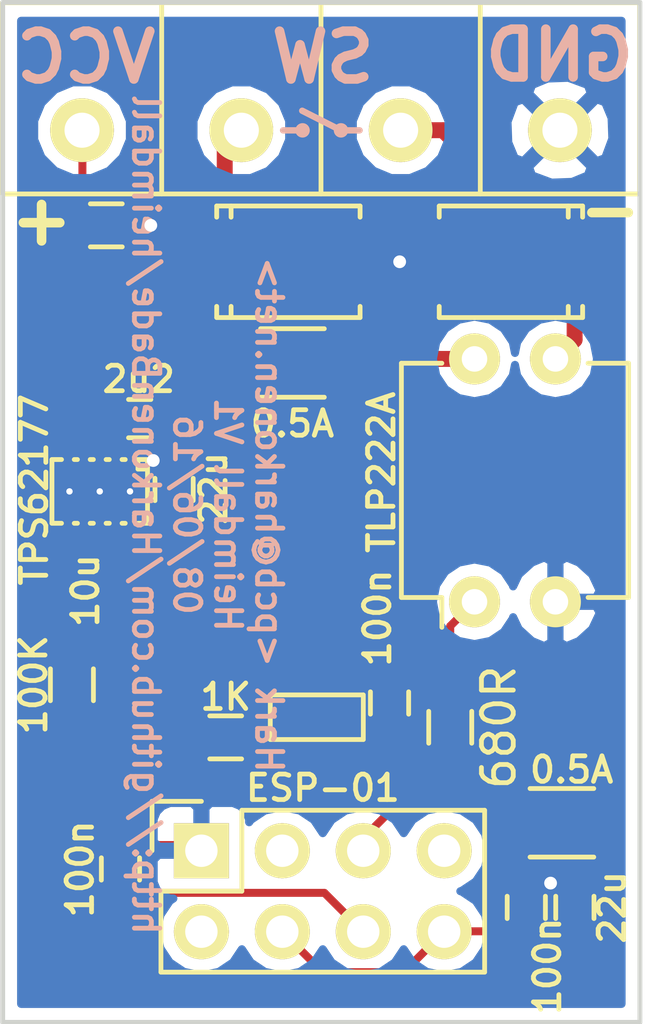
<source format=kicad_pcb>
(kicad_pcb (version 4) (host pcbnew "(2016-06-07 BZR 6893)-stable")

  (general
    (links 45)
    (no_connects 0)
    (area 99.924999 79.924999 120.075001 112.075001)
    (thickness 1.6)
    (drawings 15)
    (tracks 133)
    (zones 0)
    (modules 20)
    (nets 15)
  )

  (page A4)
  (layers
    (0 F.Cu signal)
    (31 B.Cu signal)
    (32 B.Adhes user)
    (33 F.Adhes user)
    (34 B.Paste user)
    (35 F.Paste user)
    (36 B.SilkS user hide)
    (37 F.SilkS user)
    (38 B.Mask user)
    (39 F.Mask user)
    (40 Dwgs.User user)
    (41 Cmts.User user)
    (42 Eco1.User user)
    (43 Eco2.User user)
    (44 Edge.Cuts user)
    (45 Margin user)
    (46 B.CrtYd user)
    (47 F.CrtYd user)
    (48 B.Fab user)
    (49 F.Fab user)
  )

  (setup
    (last_trace_width 0.25)
    (user_trace_width 0.1)
    (user_trace_width 0.2)
    (user_trace_width 0.3)
    (user_trace_width 0.5)
    (user_trace_width 0.8)
    (user_trace_width 1)
    (trace_clearance 0.2)
    (zone_clearance 0.375)
    (zone_45_only yes)
    (trace_min 0.1)
    (segment_width 0.2)
    (edge_width 0.15)
    (via_size 0.6)
    (via_drill 0.4)
    (via_min_size 0.4)
    (via_min_drill 0.3)
    (uvia_size 0.3)
    (uvia_drill 0.1)
    (uvias_allowed no)
    (uvia_min_size 0.2)
    (uvia_min_drill 0.1)
    (pcb_text_width 0.3)
    (pcb_text_size 1.5 1.5)
    (mod_edge_width 0.15)
    (mod_text_size 0.8 0.8)
    (mod_text_width 0.15)
    (pad_size 2 2)
    (pad_drill 1.1)
    (pad_to_mask_clearance 0.2)
    (aux_axis_origin 0 0)
    (visible_elements 7FFFFF7F)
    (pcbplotparams
      (layerselection 0x00030_80000001)
      (usegerberextensions false)
      (excludeedgelayer true)
      (linewidth 0.100000)
      (plotframeref false)
      (viasonmask false)
      (mode 1)
      (useauxorigin false)
      (hpglpennumber 1)
      (hpglpenspeed 20)
      (hpglpendiameter 15)
      (psnegative false)
      (psa4output false)
      (plotreference true)
      (plotvalue true)
      (plotinvisibletext false)
      (padsonsilk false)
      (subtractmaskfromsilk false)
      (outputformat 1)
      (mirror false)
      (drillshape 1)
      (scaleselection 1)
      (outputdirectory ""))
  )

  (net 0 "")
  (net 1 GND)
  (net 2 +3V3)
  (net 3 /SW0_IN)
  (net 4 /SW1)
  (net 5 "Net-(R1-Pad1)")
  (net 6 /RELAY_TRIGGER)
  (net 7 /SW0)
  (net 8 "Net-(C3-Pad1)")
  (net 9 /PWROUT)
  (net 10 "Net-(C2-Pad2)")
  (net 11 "Net-(L1-Pad1)")
  (net 12 /PG)
  (net 13 /VCC)
  (net 14 "Net-(C4-Pad1)")

  (net_class Default "This is the default net class."
    (clearance 0.2)
    (trace_width 0.25)
    (via_dia 0.6)
    (via_drill 0.4)
    (uvia_dia 0.3)
    (uvia_drill 0.1)
    (add_net +3V3)
    (add_net /PG)
    (add_net /PWROUT)
    (add_net /RELAY_TRIGGER)
    (add_net /SW0)
    (add_net /SW0_IN)
    (add_net /SW1)
    (add_net /VCC)
    (add_net GND)
    (add_net "Net-(C2-Pad2)")
    (add_net "Net-(C3-Pad1)")
    (add_net "Net-(C4-Pad1)")
    (add_net "Net-(L1-Pad1)")
    (add_net "Net-(R1-Pad1)")
  )

  (module footprints:CTB1500-4 (layer F.Cu) (tedit 57586225) (tstamp 573AE965)
    (at 102.489 84.0105)
    (path /5738A56E)
    (fp_text reference P1 (at 0 4) (layer F.SilkS) hide
      (effects (font (size 0.8 0.8) (thickness 0.15)))
    )
    (fp_text value CONN (at 0 -6.35) (layer F.Fab) hide
      (effects (font (size 0.8 0.8) (thickness 0.15)))
    )
    (fp_line (start 12.5 -4) (end 12.5 2) (layer F.SilkS) (width 0.15))
    (fp_line (start 7.5 -4) (end 7.5 2) (layer F.SilkS) (width 0.15))
    (fp_line (start 2.5 -4) (end 2.5 2) (layer F.SilkS) (width 0.15))
    (fp_line (start -2.5 2) (end 17.5 2) (layer F.SilkS) (width 0.15))
    (fp_line (start 17.5 2) (end 17.5 -4) (layer F.SilkS) (width 0.15))
    (fp_line (start 17.5 -4) (end -2.5 -4) (layer F.SilkS) (width 0.15))
    (fp_line (start -2.5 -4) (end -2.5 2) (layer F.SilkS) (width 0.15))
    (pad 1 thru_hole circle (at 0 0) (size 2 2) (drill 1.1) (layers *.Cu *.Mask F.SilkS)
      (net 13 /VCC))
    (pad 2 thru_hole circle (at 5 0) (size 2 2) (drill 1.1) (layers *.Cu *.Mask F.SilkS)
      (net 3 /SW0_IN))
    (pad 3 thru_hole circle (at 10 0) (size 2 2) (drill 1.1) (layers *.Cu *.Mask F.SilkS)
      (net 4 /SW1))
    (pad 4 thru_hole circle (at 15 0) (size 2 2) (drill 1.1) (layers *.Cu *.Mask F.SilkS)
      (net 1 GND))
    (model ${KIPRJMOD}/footprints.pretty/CTB1500-4.wrl
      (at (xyz 0 0 0))
      (scale (xyz 1 1 1))
      (rotate (xyz 0 0 0))
    )
  )

  (module Diodes_SMD:SMA_Standard (layer F.Cu) (tedit 573BAAFC) (tstamp 573AE938)
    (at 108.966 88.138)
    (descr "Diode SMA")
    (tags "Diode SMA")
    (path /5738ADCF)
    (attr smd)
    (fp_text reference D3 (at 0 -3.81) (layer F.SilkS) hide
      (effects (font (size 0.8 0.8) (thickness 0.15)))
    )
    (fp_text value TVS_Small (at 0 4.3) (layer F.Fab) hide
      (effects (font (size 0.8 0.8) (thickness 0.15)))
    )
    (fp_line (start -3.5 -2) (end 3.5 -2) (layer F.CrtYd) (width 0.05))
    (fp_line (start 3.5 -2) (end 3.5 2) (layer F.CrtYd) (width 0.05))
    (fp_line (start 3.5 2) (end -3.5 2) (layer F.CrtYd) (width 0.05))
    (fp_line (start -3.5 2) (end -3.5 -2) (layer F.CrtYd) (width 0.05))
    (fp_text user K (at -2.9 2.95) (layer F.SilkS) hide
      (effects (font (size 0.8 0.8) (thickness 0.15)))
    )
    (fp_text user A (at 2.9 2.9) (layer F.SilkS) hide
      (effects (font (size 0.8 0.8) (thickness 0.15)))
    )
    (fp_circle (center 0 0) (end 0.20066 -0.0508) (layer F.Adhes) (width 0.381))
    (fp_line (start -1.79914 1.75006) (end -1.79914 1.39954) (layer F.SilkS) (width 0.15))
    (fp_line (start -1.79914 -1.75006) (end -1.79914 -1.39954) (layer F.SilkS) (width 0.15))
    (fp_line (start 2.25044 1.75006) (end 2.25044 1.39954) (layer F.SilkS) (width 0.15))
    (fp_line (start -2.25044 1.75006) (end -2.25044 1.39954) (layer F.SilkS) (width 0.15))
    (fp_line (start -2.25044 -1.75006) (end -2.25044 -1.39954) (layer F.SilkS) (width 0.15))
    (fp_line (start 2.25044 -1.75006) (end 2.25044 -1.39954) (layer F.SilkS) (width 0.15))
    (fp_line (start -2.25044 1.75006) (end 2.25044 1.75006) (layer F.SilkS) (width 0.15))
    (fp_line (start -2.25044 -1.75006) (end 2.25044 -1.75006) (layer F.SilkS) (width 0.15))
    (pad 1 smd rect (at -1.99898 0) (size 2.49936 1.80086) (layers F.Cu F.Paste F.Mask)
      (net 3 /SW0_IN))
    (pad 2 smd rect (at 1.99898 0) (size 2.49936 1.80086) (layers F.Cu F.Paste F.Mask)
      (net 1 GND))
    (model Diodes_SMD.3dshapes/SMA_Standard.wrl
      (at (xyz 0 0 0))
      (scale (xyz 0.3937 0.3937 0.3937))
      (rotate (xyz 0 0 180))
    )
  )

  (module Diodes_SMD:SMA_Standard (layer F.Cu) (tedit 573BAB12) (tstamp 573AE94D)
    (at 115.951 88.138 180)
    (descr "Diode SMA")
    (tags "Diode SMA")
    (path /5738AE05)
    (attr smd)
    (fp_text reference D4 (at 0 -3.81 180) (layer F.SilkS) hide
      (effects (font (size 0.8 0.8) (thickness 0.15)))
    )
    (fp_text value TVS_Small (at 0 4.3 180) (layer F.Fab) hide
      (effects (font (size 0.8 0.8) (thickness 0.15)))
    )
    (fp_line (start -3.5 -2) (end 3.5 -2) (layer F.CrtYd) (width 0.05))
    (fp_line (start 3.5 -2) (end 3.5 2) (layer F.CrtYd) (width 0.05))
    (fp_line (start 3.5 2) (end -3.5 2) (layer F.CrtYd) (width 0.05))
    (fp_line (start -3.5 2) (end -3.5 -2) (layer F.CrtYd) (width 0.05))
    (fp_text user K (at -2.9 2.95 180) (layer F.SilkS) hide
      (effects (font (size 0.8 0.8) (thickness 0.15)))
    )
    (fp_text user A (at 2.9 2.9 180) (layer F.SilkS) hide
      (effects (font (size 0.8 0.8) (thickness 0.15)))
    )
    (fp_circle (center 0 0) (end 0.20066 -0.0508) (layer F.Adhes) (width 0.381))
    (fp_line (start -1.79914 1.75006) (end -1.79914 1.39954) (layer F.SilkS) (width 0.15))
    (fp_line (start -1.79914 -1.75006) (end -1.79914 -1.39954) (layer F.SilkS) (width 0.15))
    (fp_line (start 2.25044 1.75006) (end 2.25044 1.39954) (layer F.SilkS) (width 0.15))
    (fp_line (start -2.25044 1.75006) (end -2.25044 1.39954) (layer F.SilkS) (width 0.15))
    (fp_line (start -2.25044 -1.75006) (end -2.25044 -1.39954) (layer F.SilkS) (width 0.15))
    (fp_line (start 2.25044 -1.75006) (end 2.25044 -1.39954) (layer F.SilkS) (width 0.15))
    (fp_line (start -2.25044 1.75006) (end 2.25044 1.75006) (layer F.SilkS) (width 0.15))
    (fp_line (start -2.25044 -1.75006) (end 2.25044 -1.75006) (layer F.SilkS) (width 0.15))
    (pad 1 smd rect (at -1.99898 0 180) (size 2.49936 1.80086) (layers F.Cu F.Paste F.Mask)
      (net 4 /SW1))
    (pad 2 smd rect (at 1.99898 0 180) (size 2.49936 1.80086) (layers F.Cu F.Paste F.Mask)
      (net 1 GND))
    (model Diodes_SMD.3dshapes/SMA_Standard.wrl
      (at (xyz 0 0 0))
      (scale (xyz 0.3937 0.3937 0.3937))
      (rotate (xyz 0 0 180))
    )
  )

  (module Housings_DIP:DIP-4_W7.62mm (layer F.Cu) (tedit 575863FA) (tstamp 573AE985)
    (at 114.808 98.806 90)
    (descr "4-lead dip package, row spacing 7.62 mm (300 mils)")
    (tags "dil dip 2.54 300")
    (path /5738A7E1)
    (fp_text reference U2 (at 0 -5.22 90) (layer F.SilkS) hide
      (effects (font (size 0.8 0.8) (thickness 0.15)))
    )
    (fp_text value TLP222A (at 4.064 -2.921 270) (layer F.SilkS)
      (effects (font (size 0.8 0.8) (thickness 0.15)))
    )
    (fp_line (start -1.05 -2.45) (end -1.05 5) (layer F.CrtYd) (width 0.05))
    (fp_line (start 8.65 -2.45) (end 8.65 5) (layer F.CrtYd) (width 0.05))
    (fp_line (start -1.05 -2.45) (end 8.65 -2.45) (layer F.CrtYd) (width 0.05))
    (fp_line (start -1.05 5) (end 8.65 5) (layer F.CrtYd) (width 0.05))
    (fp_line (start 0.135 -2.295) (end 0.135 -1.025) (layer F.SilkS) (width 0.15))
    (fp_line (start 7.485 -2.295) (end 7.485 -1.025) (layer F.SilkS) (width 0.15))
    (fp_line (start 7.485 4.835) (end 7.485 3.565) (layer F.SilkS) (width 0.15))
    (fp_line (start 0.135 4.835) (end 0.135 3.565) (layer F.SilkS) (width 0.15))
    (fp_line (start 0.135 -2.295) (end 7.485 -2.295) (layer F.SilkS) (width 0.15))
    (fp_line (start 0.135 4.835) (end 7.485 4.835) (layer F.SilkS) (width 0.15))
    (fp_line (start 0.135 -1.025) (end -0.8 -1.025) (layer F.SilkS) (width 0.15))
    (pad 1 thru_hole oval (at 0 0 90) (size 1.6 1.6) (drill 0.8) (layers *.Cu *.Mask F.SilkS)
      (net 5 "Net-(R1-Pad1)"))
    (pad 2 thru_hole oval (at 0 2.54 90) (size 1.6 1.6) (drill 0.8) (layers *.Cu *.Mask F.SilkS)
      (net 1 GND))
    (pad 3 thru_hole oval (at 7.62 2.54 90) (size 1.6 1.6) (drill 0.8) (layers *.Cu *.Mask F.SilkS)
      (net 4 /SW1))
    (pad 4 thru_hole oval (at 7.62 0 90) (size 1.6 1.6) (drill 0.8) (layers *.Cu *.Mask F.SilkS)
      (net 7 /SW0))
    (model Housings_DIP.3dshapes/DIP-4_W7.62mm.wrl
      (at (xyz 0 0 0))
      (scale (xyz 1 1 1))
      (rotate (xyz 0 0 0))
    )
  )

  (module Resistors_SMD:R_1206 (layer F.Cu) (tedit 575863A9) (tstamp 573B1FB0)
    (at 109.093 91.313)
    (descr "Resistor SMD 1206, reflow soldering, Vishay (see dcrcw.pdf)")
    (tags "resistor 1206")
    (path /5738AE1C)
    (attr smd)
    (fp_text reference F1 (at 0 -2.3) (layer F.SilkS) hide
      (effects (font (size 0.8 0.8) (thickness 0.15)))
    )
    (fp_text value 0.5A (at 0 1.905) (layer F.SilkS)
      (effects (font (size 0.8 0.8) (thickness 0.15)))
    )
    (fp_line (start -2.2 -1.2) (end 2.2 -1.2) (layer F.CrtYd) (width 0.05))
    (fp_line (start -2.2 1.2) (end 2.2 1.2) (layer F.CrtYd) (width 0.05))
    (fp_line (start -2.2 -1.2) (end -2.2 1.2) (layer F.CrtYd) (width 0.05))
    (fp_line (start 2.2 -1.2) (end 2.2 1.2) (layer F.CrtYd) (width 0.05))
    (fp_line (start 1 1.075) (end -1 1.075) (layer F.SilkS) (width 0.15))
    (fp_line (start -1 -1.075) (end 1 -1.075) (layer F.SilkS) (width 0.15))
    (pad 1 smd rect (at -1.45 0) (size 0.9 1.7) (layers F.Cu F.Paste F.Mask)
      (net 3 /SW0_IN))
    (pad 2 smd rect (at 1.45 0) (size 0.9 1.7) (layers F.Cu F.Paste F.Mask)
      (net 7 /SW0))
    (model Resistors_SMD.3dshapes/R_1206.wrl
      (at (xyz 0 0 0))
      (scale (xyz 1 1 1))
      (rotate (xyz 0 0 0))
    )
  )

  (module Resistors_SMD:R_1206 (layer F.Cu) (tedit 5758630C) (tstamp 573B1FBC)
    (at 117.5512 105.7402 180)
    (descr "Resistor SMD 1206, reflow soldering, Vishay (see dcrcw.pdf)")
    (tags "resistor 1206")
    (path /573B1826)
    (attr smd)
    (fp_text reference F2 (at 0 -2.3 180) (layer F.SilkS) hide
      (effects (font (size 0.8 0.8) (thickness 0.15)))
    )
    (fp_text value 0.5A (at -0.3048 1.6637 180) (layer F.SilkS)
      (effects (font (size 0.8 0.8) (thickness 0.15)))
    )
    (fp_line (start -2.2 -1.2) (end 2.2 -1.2) (layer F.CrtYd) (width 0.05))
    (fp_line (start -2.2 1.2) (end 2.2 1.2) (layer F.CrtYd) (width 0.05))
    (fp_line (start -2.2 -1.2) (end -2.2 1.2) (layer F.CrtYd) (width 0.05))
    (fp_line (start 2.2 -1.2) (end 2.2 1.2) (layer F.CrtYd) (width 0.05))
    (fp_line (start 1 1.075) (end -1 1.075) (layer F.SilkS) (width 0.15))
    (fp_line (start -1 -1.075) (end 1 -1.075) (layer F.SilkS) (width 0.15))
    (pad 1 smd rect (at -1.45 0 180) (size 0.9 1.7) (layers F.Cu F.Paste F.Mask)
      (net 14 "Net-(C4-Pad1)"))
    (pad 2 smd rect (at 1.45 0 180) (size 0.9 1.7) (layers F.Cu F.Paste F.Mask)
      (net 9 /PWROUT))
    (model Resistors_SMD.3dshapes/R_1206.wrl
      (at (xyz 0 0 0))
      (scale (xyz 1 1 1))
      (rotate (xyz 0 0 0))
    )
  )

  (module Resistors_SMD:R_0603 (layer F.Cu) (tedit 573BAA83) (tstamp 573B2001)
    (at 103.251 86.995)
    (descr "Resistor SMD 0603, reflow soldering, Vishay (see dcrcw.pdf)")
    (tags "resistor 0603")
    (path /5738ACA8)
    (attr smd)
    (fp_text reference D1 (at 0 -1.9) (layer F.SilkS) hide
      (effects (font (size 0.8 0.8) (thickness 0.15)))
    )
    (fp_text value TVS_Small (at 0 1.9) (layer F.Fab) hide
      (effects (font (size 0.8 0.8) (thickness 0.15)))
    )
    (fp_line (start -1.3 -0.8) (end 1.3 -0.8) (layer F.CrtYd) (width 0.05))
    (fp_line (start -1.3 0.8) (end 1.3 0.8) (layer F.CrtYd) (width 0.05))
    (fp_line (start -1.3 -0.8) (end -1.3 0.8) (layer F.CrtYd) (width 0.05))
    (fp_line (start 1.3 -0.8) (end 1.3 0.8) (layer F.CrtYd) (width 0.05))
    (fp_line (start 0.5 0.675) (end -0.5 0.675) (layer F.SilkS) (width 0.15))
    (fp_line (start -0.5 -0.675) (end 0.5 -0.675) (layer F.SilkS) (width 0.15))
    (pad 1 smd rect (at -0.75 0) (size 0.5 0.9) (layers F.Cu F.Paste F.Mask)
      (net 13 /VCC))
    (pad 2 smd rect (at 0.75 0) (size 0.5 0.9) (layers F.Cu F.Paste F.Mask)
      (net 1 GND))
    (model Resistors_SMD.3dshapes/R_0603.wrl
      (at (xyz 0 0 0))
      (scale (xyz 1 1 1))
      (rotate (xyz 0 0 0))
    )
  )

  (module Capacitors_SMD:C_0603 (layer F.Cu) (tedit 575843AF) (tstamp 575798BA)
    (at 105.37825 95.28175 90)
    (descr "Capacitor SMD 0603, reflow soldering, AVX (see smccp.pdf)")
    (tags "capacitor 0603")
    (path /57578604)
    (attr smd)
    (fp_text reference C1 (at 0 -1.9 90) (layer F.SilkS) hide
      (effects (font (size 0.8 0.8) (thickness 0.15)))
    )
    (fp_text value 22u (at 0.03175 1.23825 90) (layer F.SilkS)
      (effects (font (size 0.8 0.8) (thickness 0.15)))
    )
    (fp_line (start -1.45 -0.75) (end 1.45 -0.75) (layer F.CrtYd) (width 0.05))
    (fp_line (start -1.45 0.75) (end 1.45 0.75) (layer F.CrtYd) (width 0.05))
    (fp_line (start -1.45 -0.75) (end -1.45 0.75) (layer F.CrtYd) (width 0.05))
    (fp_line (start 1.45 -0.75) (end 1.45 0.75) (layer F.CrtYd) (width 0.05))
    (fp_line (start -0.35 -0.6) (end 0.35 -0.6) (layer F.SilkS) (width 0.15))
    (fp_line (start 0.35 0.6) (end -0.35 0.6) (layer F.SilkS) (width 0.15))
    (pad 1 smd rect (at -0.75 0 90) (size 0.8 0.75) (layers F.Cu F.Paste F.Mask)
      (net 2 +3V3))
    (pad 2 smd rect (at 0.75 0 90) (size 0.8 0.75) (layers F.Cu F.Paste F.Mask)
      (net 1 GND))
    (model Capacitors_SMD.3dshapes/C_0603.wrl
      (at (xyz 0 0 0))
      (scale (xyz 1 1 1))
      (rotate (xyz 0 0 0))
    )
  )

  (module Capacitors_SMD:C_0603 (layer F.Cu) (tedit 57586385) (tstamp 575798C6)
    (at 112.141 101.981 90)
    (descr "Capacitor SMD 0603, reflow soldering, AVX (see smccp.pdf)")
    (tags "capacitor 0603")
    (path /57578D98)
    (attr smd)
    (fp_text reference C2 (at 0 -1.9 90) (layer F.SilkS) hide
      (effects (font (size 0.8 0.8) (thickness 0.15)))
    )
    (fp_text value 100n (at 2.667 -0.381 270) (layer F.SilkS)
      (effects (font (size 0.8 0.8) (thickness 0.15)))
    )
    (fp_line (start -1.45 -0.75) (end 1.45 -0.75) (layer F.CrtYd) (width 0.05))
    (fp_line (start -1.45 0.75) (end 1.45 0.75) (layer F.CrtYd) (width 0.05))
    (fp_line (start -1.45 -0.75) (end -1.45 0.75) (layer F.CrtYd) (width 0.05))
    (fp_line (start 1.45 -0.75) (end 1.45 0.75) (layer F.CrtYd) (width 0.05))
    (fp_line (start -0.35 -0.6) (end 0.35 -0.6) (layer F.SilkS) (width 0.15))
    (fp_line (start 0.35 0.6) (end -0.35 0.6) (layer F.SilkS) (width 0.15))
    (pad 1 smd rect (at -0.75 0 90) (size 0.8 0.75) (layers F.Cu F.Paste F.Mask)
      (net 9 /PWROUT))
    (pad 2 smd rect (at 0.75 0 90) (size 0.8 0.75) (layers F.Cu F.Paste F.Mask)
      (net 10 "Net-(C2-Pad2)"))
    (model Capacitors_SMD.3dshapes/C_0603.wrl
      (at (xyz 0 0 0))
      (scale (xyz 1 1 1))
      (rotate (xyz 0 0 0))
    )
  )

  (module Wurth:WE-TPC (layer F.Cu) (tedit 57584424) (tstamp 575798E6)
    (at 104.99725 98.45675 90)
    (path /575784F9)
    (fp_text reference L1 (at 0 2.6 90) (layer F.SilkS) hide
      (effects (font (size 0.8 0.8) (thickness 0.15)))
    )
    (fp_text value 10u (at 0 -2.4 90) (layer F.SilkS)
      (effects (font (size 0.8 0.8) (thickness 0.15)))
    )
    (fp_line (start 1.7 -1.7) (end -1.7 -1.7) (layer F.CrtYd) (width 0.05))
    (fp_line (start -1.7 -1.7) (end -1.7 1.7) (layer F.CrtYd) (width 0.05))
    (fp_line (start -1.7 1.7) (end 1.7 1.7) (layer F.CrtYd) (width 0.05))
    (fp_line (start 1.7 1.7) (end 1.7 -1.7) (layer F.CrtYd) (width 0.05))
    (pad 1 smd rect (at 0 -1.1 90) (size 3.2 1) (layers F.Cu F.Paste F.Mask)
      (net 11 "Net-(L1-Pad1)"))
    (pad 2 smd rect (at 0 1.1 90) (size 3.2 1) (layers F.Cu F.Paste F.Mask)
      (net 2 +3V3))
    (model ${KIPRJMOD}/hark-kicad/Wurth.pretty/WE-TPC.wrl
      (at (xyz 0 0 0))
      (scale (xyz 1 1 1))
      (rotate (xyz 0 0 -90))
    )
  )

  (module Capacitors_SMD:C_0603 (layer F.Cu) (tedit 575863DE) (tstamp 5757A083)
    (at 117.9576 108.3945 90)
    (descr "Capacitor SMD 0603, reflow soldering, AVX (see smccp.pdf)")
    (tags "capacitor 0603")
    (path /573BA3A0)
    (attr smd)
    (fp_text reference C5 (at 0 -1.9 90) (layer F.SilkS) hide
      (effects (font (size 0.8 0.8) (thickness 0.15)))
    )
    (fp_text value 22u (at 0 1.1684 90) (layer F.SilkS)
      (effects (font (size 0.8 0.8) (thickness 0.15)))
    )
    (fp_line (start -1.45 -0.75) (end 1.45 -0.75) (layer F.CrtYd) (width 0.05))
    (fp_line (start -1.45 0.75) (end 1.45 0.75) (layer F.CrtYd) (width 0.05))
    (fp_line (start -1.45 -0.75) (end -1.45 0.75) (layer F.CrtYd) (width 0.05))
    (fp_line (start 1.45 -0.75) (end 1.45 0.75) (layer F.CrtYd) (width 0.05))
    (fp_line (start -0.35 -0.6) (end 0.35 -0.6) (layer F.SilkS) (width 0.15))
    (fp_line (start 0.35 0.6) (end -0.35 0.6) (layer F.SilkS) (width 0.15))
    (pad 1 smd rect (at -0.75 0 90) (size 0.8 0.75) (layers F.Cu F.Paste F.Mask)
      (net 14 "Net-(C4-Pad1)"))
    (pad 2 smd rect (at 0.75 0 90) (size 0.8 0.75) (layers F.Cu F.Paste F.Mask)
      (net 1 GND))
    (model Capacitors_SMD.3dshapes/C_0603.wrl
      (at (xyz 0 0 0))
      (scale (xyz 1 1 1))
      (rotate (xyz 0 0 0))
    )
  )

  (module Capacitors_SMD:C_0603 (layer F.Cu) (tedit 575843AB) (tstamp 5757A19E)
    (at 104.29875 93.05925)
    (descr "Capacitor SMD 0603, reflow soldering, AVX (see smccp.pdf)")
    (tags "capacitor 0603")
    (path /575798A6)
    (attr smd)
    (fp_text reference C6 (at 0 -1.9) (layer F.SilkS) hide
      (effects (font (size 0.8 0.8) (thickness 0.15)))
    )
    (fp_text value 2u2 (at -0.03175 -1.23825) (layer F.SilkS)
      (effects (font (size 0.8 0.8) (thickness 0.15)))
    )
    (fp_line (start -1.45 -0.75) (end 1.45 -0.75) (layer F.CrtYd) (width 0.05))
    (fp_line (start -1.45 0.75) (end 1.45 0.75) (layer F.CrtYd) (width 0.05))
    (fp_line (start -1.45 -0.75) (end -1.45 0.75) (layer F.CrtYd) (width 0.05))
    (fp_line (start 1.45 -0.75) (end 1.45 0.75) (layer F.CrtYd) (width 0.05))
    (fp_line (start -0.35 -0.6) (end 0.35 -0.6) (layer F.SilkS) (width 0.15))
    (fp_line (start 0.35 0.6) (end -0.35 0.6) (layer F.SilkS) (width 0.15))
    (pad 1 smd rect (at -0.75 0) (size 0.8 0.75) (layers F.Cu F.Paste F.Mask)
      (net 13 /VCC))
    (pad 2 smd rect (at 0.75 0) (size 0.8 0.75) (layers F.Cu F.Paste F.Mask)
      (net 1 GND))
    (model Capacitors_SMD.3dshapes/C_0603.wrl
      (at (xyz 0 0 0))
      (scale (xyz 1 1 1))
      (rotate (xyz 0 0 0))
    )
  )

  (module Housings_SSOT:SuperSOT-3 (layer F.Cu) (tedit 57583B9B) (tstamp 57585389)
    (at 110.8075 101.2825 180)
    (path /57583146)
    (fp_text reference Q1 (at 1 1.1 180) (layer F.SilkS) hide
      (effects (font (size 0.8 0.8) (thickness 0.15)))
    )
    (fp_text value FDN304P (at 1 -3.35 180) (layer F.Fab) hide
      (effects (font (size 0.8 0.8) (thickness 0.15)))
    )
    (fp_line (start -0.51 -0.445) (end -0.51 -1.845) (layer F.SilkS) (width 0.15))
    (fp_line (start 2.41 -0.445) (end 2.41 -1.845) (layer F.SilkS) (width 0.15))
    (fp_line (start -0.51 -1.845) (end 2.41 -1.845) (layer F.SilkS) (width 0.15))
    (fp_line (start -0.51 -0.445) (end 2.41 -0.445) (layer F.SilkS) (width 0.15))
    (pad 2 smd rect (at 0.95 -2.29 180) (size 0.76 0.76) (layers F.Cu F.Paste F.Mask)
      (net 9 /PWROUT))
    (pad 3 smd rect (at 1.9 0 180) (size 0.76 0.76) (layers F.Cu F.Paste F.Mask)
      (net 2 +3V3))
    (pad 1 smd rect (at 0 0 180) (size 0.76 0.76) (layers F.Cu F.Paste F.Mask)
      (net 10 "Net-(C2-Pad2)"))
    (model ${KISYS3DMOD}/TO_SOT_Packages_SMD.3dshapes/SOT-23.wrl
      (at (xyz 0.0375 0.045 0))
      (scale (xyz 1 1 1))
      (rotate (xyz 0 0 0))
    )
  )

  (module Housing_WSON:WSON-10 (layer F.Cu) (tedit 575853D7) (tstamp 5757993D)
    (at 104.04475 94.39275 270)
    (path /57581630)
    (fp_text reference U3 (at 0.9 3.45 270) (layer F.SilkS) hide
      (effects (font (size 0.8 0.8) (thickness 0.15)))
    )
    (fp_text value TPS62177 (at 0.89535 3.05435 90) (layer F.SilkS)
      (effects (font (size 0.8 0.8) (thickness 0.15)))
    )
    (fp_line (start 0.25 -0.5) (end 0.25 -0.2) (layer F.SilkS) (width 0.15))
    (fp_line (start 0.25 -0.2) (end -0.05 -0.2) (layer F.SilkS) (width 0.15))
    (fp_line (start -0.05 -0.2) (end -0.05 -0.5) (layer F.SilkS) (width 0.15))
    (fp_line (start -0.05 0.3) (end -0.05 0.2) (layer F.SilkS) (width 0.15))
    (fp_line (start -0.05 0.8) (end -0.05 0.7) (layer F.SilkS) (width 0.15))
    (fp_line (start -0.05 1.3) (end -0.05 1.2) (layer F.SilkS) (width 0.15))
    (fp_line (start -0.05 1.8) (end -0.05 1.7) (layer F.SilkS) (width 0.15))
    (fp_line (start 1.95 2.2) (end 1.95 2.5) (layer F.SilkS) (width 0.15))
    (fp_line (start 1.95 2.5) (end -0.05 2.5) (layer F.SilkS) (width 0.15))
    (fp_line (start -0.05 2.5) (end -0.05 2.2) (layer F.SilkS) (width 0.15))
    (fp_line (start 1.95 1.7) (end 1.95 1.8) (layer F.SilkS) (width 0.15))
    (fp_line (start 1.95 1.2) (end 1.95 1.3) (layer F.SilkS) (width 0.15))
    (fp_line (start 1.95 0.7) (end 1.95 0.8) (layer F.SilkS) (width 0.15))
    (fp_line (start 1.95 0.2) (end 1.95 0.3) (layer F.SilkS) (width 0.15))
    (fp_line (start -0.05 -0.5) (end 1.95 -0.5) (layer F.SilkS) (width 0.15))
    (fp_line (start 1.95 -0.5) (end 1.95 -0.2) (layer F.SilkS) (width 0.15))
    (pad "" smd rect (at 0.95 1.6 270) (size 0.84 1) (layers F.Paste))
    (pad 11 thru_hole circle (at 0.95 1.95 270) (size 0.2 0.2) (drill 0.2) (layers *.Cu)
      (net 1 GND) (zone_connect 2))
    (pad 11 thru_hole circle (at 0.95 0.05 270) (size 0.2 0.2) (drill 0.2) (layers *.Cu)
      (net 1 GND) (zone_connect 2))
    (pad 1 smd rect (at 0 0 270) (size 0.5 0.25) (layers F.Cu F.Paste F.Mask)
      (net 1 GND))
    (pad 11 smd rect (at 0.95 1 270) (size 0.84 2.4) (layers F.Cu F.Mask)
      (net 1 GND))
    (pad 6 smd rect (at 1.9 2 270) (size 0.5 0.25) (layers F.Cu F.Paste F.Mask)
      (net 1 GND))
    (pad 2 smd rect (at 0 0.5 270) (size 0.5 0.25) (layers F.Cu F.Paste F.Mask)
      (net 13 /VCC))
    (pad 3 smd rect (at 0 1 270) (size 0.5 0.25) (layers F.Cu F.Paste F.Mask)
      (net 13 /VCC))
    (pad 4 smd rect (at 0 1.5 270) (size 0.5 0.25) (layers F.Cu F.Paste F.Mask))
    (pad 5 smd rect (at 0 2 270) (size 0.5 0.25) (layers F.Cu F.Paste F.Mask)
      (net 1 GND))
    (pad 7 smd rect (at 1.9 1.5 270) (size 0.5 0.25) (layers F.Cu F.Paste F.Mask)
      (net 12 /PG))
    (pad 8 smd rect (at 1.9 1 270) (size 0.5 0.25) (layers F.Cu F.Paste F.Mask)
      (net 2 +3V3))
    (pad 9 smd rect (at 1.9 0.5 270) (size 0.5 0.25) (layers F.Cu F.Paste F.Mask)
      (net 11 "Net-(L1-Pad1)"))
    (pad 10 smd rect (at 1.9 0 270) (size 0.5 0.25) (layers F.Cu F.Paste F.Mask)
      (net 2 +3V3))
    (pad 11 thru_hole circle (at 0.95 1 270) (size 0.2 0.2) (drill 0.2) (layers *.Cu)
      (net 1 GND) (zone_connect 2))
    (pad "" smd rect (at 0.95 0.4 270) (size 0.84 1) (layers F.Paste))
    (model ${KISYS3DMOD}/Housings_DFN_QFN.3dshapes/DFN-10-1EP_2x3mm_Pitch0.5mm.wrl
      (at (xyz 0.0374 -0.0394 0))
      (scale (xyz 1 1 1))
      (rotate (xyz 0 0 0))
    )
  )

  (module Capacitors_SMD:C_0603 (layer F.Cu) (tedit 57584E71) (tstamp 57584BBB)
    (at 103.6955 107.188 90)
    (descr "Capacitor SMD 0603, reflow soldering, AVX (see smccp.pdf)")
    (tags "capacitor 0603")
    (path /573BA384)
    (attr smd)
    (fp_text reference C3 (at 0 -1.9 90) (layer F.SilkS) hide
      (effects (font (size 0.8 0.8) (thickness 0.15)))
    )
    (fp_text value 100n (at 0 -1.27 90) (layer F.SilkS)
      (effects (font (size 0.8 0.8) (thickness 0.15)))
    )
    (fp_line (start -1.45 -0.75) (end 1.45 -0.75) (layer F.CrtYd) (width 0.05))
    (fp_line (start -1.45 0.75) (end 1.45 0.75) (layer F.CrtYd) (width 0.05))
    (fp_line (start -1.45 -0.75) (end -1.45 0.75) (layer F.CrtYd) (width 0.05))
    (fp_line (start 1.45 -0.75) (end 1.45 0.75) (layer F.CrtYd) (width 0.05))
    (fp_line (start -0.35 -0.6) (end 0.35 -0.6) (layer F.SilkS) (width 0.15))
    (fp_line (start 0.35 0.6) (end -0.35 0.6) (layer F.SilkS) (width 0.15))
    (pad 1 smd rect (at -0.75 0 90) (size 0.8 0.75) (layers F.Cu F.Paste F.Mask)
      (net 8 "Net-(C3-Pad1)"))
    (pad 2 smd rect (at 0.75 0 90) (size 0.8 0.75) (layers F.Cu F.Paste F.Mask)
      (net 1 GND))
    (model Capacitors_SMD.3dshapes/C_0603.wrl
      (at (xyz 0 0 0))
      (scale (xyz 1 1 1))
      (rotate (xyz 0 0 0))
    )
  )

  (module Capacitors_SMD:C_0603 (layer F.Cu) (tedit 575863D9) (tstamp 57584BC6)
    (at 116.4336 108.3945 90)
    (descr "Capacitor SMD 0603, reflow soldering, AVX (see smccp.pdf)")
    (tags "capacitor 0603")
    (path /573BA392)
    (attr smd)
    (fp_text reference C4 (at 0 -1.9 90) (layer F.SilkS) hide
      (effects (font (size 0.8 0.8) (thickness 0.15)))
    )
    (fp_text value 100n (at -1.8415 0.6604 90) (layer F.SilkS)
      (effects (font (size 0.8 0.8) (thickness 0.15)))
    )
    (fp_line (start -1.45 -0.75) (end 1.45 -0.75) (layer F.CrtYd) (width 0.05))
    (fp_line (start -1.45 0.75) (end 1.45 0.75) (layer F.CrtYd) (width 0.05))
    (fp_line (start -1.45 -0.75) (end -1.45 0.75) (layer F.CrtYd) (width 0.05))
    (fp_line (start 1.45 -0.75) (end 1.45 0.75) (layer F.CrtYd) (width 0.05))
    (fp_line (start -0.35 -0.6) (end 0.35 -0.6) (layer F.SilkS) (width 0.15))
    (fp_line (start 0.35 0.6) (end -0.35 0.6) (layer F.SilkS) (width 0.15))
    (pad 1 smd rect (at -0.75 0 90) (size 0.8 0.75) (layers F.Cu F.Paste F.Mask)
      (net 14 "Net-(C4-Pad1)"))
    (pad 2 smd rect (at 0.75 0 90) (size 0.8 0.75) (layers F.Cu F.Paste F.Mask)
      (net 1 GND))
    (model Capacitors_SMD.3dshapes/C_0603.wrl
      (at (xyz 0 0 0))
      (scale (xyz 1 1 1))
      (rotate (xyz 0 0 0))
    )
  )

  (module Resistors_SMD:R_0603 (layer F.Cu) (tedit 575863A1) (tstamp 57584BD1)
    (at 102.1715 101.4095 90)
    (descr "Resistor SMD 0603, reflow soldering, Vishay (see dcrcw.pdf)")
    (tags "resistor 0603")
    (path /57578695)
    (attr smd)
    (fp_text reference R2 (at 0 -1.9 90) (layer F.SilkS) hide
      (effects (font (size 0.8 0.8) (thickness 0.15)))
    )
    (fp_text value 100K (at 0 -1.2065 90) (layer F.SilkS)
      (effects (font (size 0.8 0.8) (thickness 0.15)))
    )
    (fp_line (start -1.3 -0.8) (end 1.3 -0.8) (layer F.CrtYd) (width 0.05))
    (fp_line (start -1.3 0.8) (end 1.3 0.8) (layer F.CrtYd) (width 0.05))
    (fp_line (start -1.3 -0.8) (end -1.3 0.8) (layer F.CrtYd) (width 0.05))
    (fp_line (start 1.3 -0.8) (end 1.3 0.8) (layer F.CrtYd) (width 0.05))
    (fp_line (start 0.5 0.675) (end -0.5 0.675) (layer F.SilkS) (width 0.15))
    (fp_line (start -0.5 -0.675) (end 0.5 -0.675) (layer F.SilkS) (width 0.15))
    (pad 1 smd rect (at -0.75 0 90) (size 0.5 0.9) (layers F.Cu F.Paste F.Mask)
      (net 12 /PG))
    (pad 2 smd rect (at 0.75 0 90) (size 0.5 0.9) (layers F.Cu F.Paste F.Mask)
      (net 2 +3V3))
    (model Resistors_SMD.3dshapes/R_0603.wrl
      (at (xyz 0 0 0))
      (scale (xyz 1 1 1))
      (rotate (xyz 0 0 0))
    )
  )

  (module Resistors_SMD:R_0603 (layer F.Cu) (tedit 5758637E) (tstamp 57584BDC)
    (at 106.9975 103.0605)
    (descr "Resistor SMD 0603, reflow soldering, Vishay (see dcrcw.pdf)")
    (tags "resistor 0603")
    (path /575792D0)
    (attr smd)
    (fp_text reference R3 (at 0 -1.9) (layer F.SilkS) hide
      (effects (font (size 0.8 0.8) (thickness 0.15)))
    )
    (fp_text value 1K (at 0 -1.27 180) (layer F.SilkS)
      (effects (font (size 0.8 0.8) (thickness 0.15)))
    )
    (fp_line (start -1.3 -0.8) (end 1.3 -0.8) (layer F.CrtYd) (width 0.05))
    (fp_line (start -1.3 0.8) (end 1.3 0.8) (layer F.CrtYd) (width 0.05))
    (fp_line (start -1.3 -0.8) (end -1.3 0.8) (layer F.CrtYd) (width 0.05))
    (fp_line (start 1.3 -0.8) (end 1.3 0.8) (layer F.CrtYd) (width 0.05))
    (fp_line (start 0.5 0.675) (end -0.5 0.675) (layer F.SilkS) (width 0.15))
    (fp_line (start -0.5 -0.675) (end 0.5 -0.675) (layer F.SilkS) (width 0.15))
    (pad 1 smd rect (at -0.75 0) (size 0.5 0.9) (layers F.Cu F.Paste F.Mask)
      (net 12 /PG))
    (pad 2 smd rect (at 0.75 0) (size 0.5 0.9) (layers F.Cu F.Paste F.Mask)
      (net 10 "Net-(C2-Pad2)"))
    (model Resistors_SMD.3dshapes/R_0603.wrl
      (at (xyz 0 0 0))
      (scale (xyz 1 1 1))
      (rotate (xyz 0 0 0))
    )
  )

  (module esp:ESP-01-NoSilk (layer F.Cu) (tedit 575863F0) (tstamp 5758447D)
    (at 110.0455 107.8865)
    (path /5756C8FA)
    (fp_text reference U1 (at 0 -8.636) (layer F.SilkS) hide
      (effects (font (size 0.8 0.8) (thickness 0.15)))
    )
    (fp_text value ESP-01 (at 0 -3.2385 -180) (layer F.SilkS)
      (effects (font (size 0.8 0.8) (thickness 0.15)))
    )
    (fp_line (start -5.56 -3.02) (end -5.56 3.03) (layer F.CrtYd) (width 0.05))
    (fp_line (start 5.59 -3.02) (end 5.59 3.03) (layer F.CrtYd) (width 0.05))
    (fp_line (start -5.56 -3.02) (end 5.59 -3.02) (layer F.CrtYd) (width 0.05))
    (fp_line (start -5.56 3.03) (end 5.59 3.03) (layer F.CrtYd) (width 0.05))
    (fp_line (start -2.54 -2.54) (end 5.08 -2.54) (layer F.SilkS) (width 0.15))
    (fp_line (start 5.08 -2.54) (end 5.08 2.54) (layer F.SilkS) (width 0.15))
    (fp_line (start 5.08 2.54) (end -5.08 2.54) (layer F.SilkS) (width 0.15))
    (fp_line (start -5.08 2.54) (end -5.08 0) (layer F.SilkS) (width 0.15))
    (fp_line (start -3.81 -2.82) (end -5.36 -2.82) (layer F.SilkS) (width 0.15))
    (fp_line (start -5.08 0) (end -2.54 0) (layer F.SilkS) (width 0.15))
    (fp_line (start -2.54 0) (end -2.54 -2.54) (layer F.SilkS) (width 0.15))
    (fp_line (start -5.36 -2.82) (end -5.36 -1.27) (layer F.SilkS) (width 0.15))
    (pad 1 thru_hole rect (at -3.81 -1.27) (size 1.7272 1.7272) (drill 1.016) (layers *.Cu *.Mask F.SilkS)
      (net 1 GND))
    (pad 2 thru_hole oval (at -3.81 1.27) (size 1.7272 1.7272) (drill 1.016) (layers *.Cu *.Mask F.SilkS))
    (pad 3 thru_hole oval (at -1.27 -1.27) (size 1.7272 1.7272) (drill 1.016) (layers *.Cu *.Mask F.SilkS))
    (pad 4 thru_hole oval (at -1.27 1.27) (size 1.7272 1.7272) (drill 1.016) (layers *.Cu *.Mask F.SilkS)
      (net 14 "Net-(C4-Pad1)"))
    (pad 5 thru_hole oval (at 1.27 -1.27) (size 1.7272 1.7272) (drill 1.016) (layers *.Cu *.Mask F.SilkS)
      (net 6 /RELAY_TRIGGER))
    (pad 6 thru_hole oval (at 1.27 1.27) (size 1.7272 1.7272) (drill 1.016) (layers *.Cu *.Mask F.SilkS)
      (net 8 "Net-(C3-Pad1)"))
    (pad 7 thru_hole oval (at 3.81 -1.27) (size 1.7272 1.7272) (drill 1.016) (layers *.Cu *.Mask F.SilkS))
    (pad 8 thru_hole oval (at 3.81 1.27) (size 1.7272 1.7272) (drill 1.016) (layers *.Cu *.Mask F.SilkS)
      (net 14 "Net-(C4-Pad1)"))
    (model Socket_Strips.3dshapes/Socket_Strip_Straight_2x04.wrl
      (at (xyz 0 0 0))
      (scale (xyz 1 1 1))
      (rotate (xyz 0 0 180))
    )
    (model ${KIPRJMOD}/hark-kicad/esp.pretty/esp-01.wrl
      (at (xyz 0 0 0.35))
      (scale (xyz 1 1 1))
      (rotate (xyz 0 0 0))
    )
  )

  (module Resistors_SMD:R_0603 (layer F.Cu) (tedit 57586471) (tstamp 575866AA)
    (at 114.046 102.743 270)
    (descr "Resistor SMD 0603, reflow soldering, Vishay (see dcrcw.pdf)")
    (tags "resistor 0603")
    (path /573AE1A8)
    (attr smd)
    (fp_text reference R1 (at 0 -1.9 270) (layer F.SilkS) hide
      (effects (font (size 1 1) (thickness 0.15)))
    )
    (fp_text value 680R (at 0 -1.524 270) (layer F.SilkS)
      (effects (font (size 1 1) (thickness 0.15)))
    )
    (fp_line (start -1.3 -0.8) (end 1.3 -0.8) (layer F.CrtYd) (width 0.05))
    (fp_line (start -1.3 0.8) (end 1.3 0.8) (layer F.CrtYd) (width 0.05))
    (fp_line (start -1.3 -0.8) (end -1.3 0.8) (layer F.CrtYd) (width 0.05))
    (fp_line (start 1.3 -0.8) (end 1.3 0.8) (layer F.CrtYd) (width 0.05))
    (fp_line (start 0.5 0.675) (end -0.5 0.675) (layer F.SilkS) (width 0.15))
    (fp_line (start -0.5 -0.675) (end 0.5 -0.675) (layer F.SilkS) (width 0.15))
    (pad 1 smd rect (at -0.75 0 270) (size 0.5 0.9) (layers F.Cu F.Paste F.Mask)
      (net 5 "Net-(R1-Pad1)"))
    (pad 2 smd rect (at 0.75 0 270) (size 0.5 0.9) (layers F.Cu F.Paste F.Mask)
      (net 6 /RELAY_TRIGGER))
    (model Resistors_SMD.3dshapes/R_0603.wrl
      (at (xyz 0 0 0))
      (scale (xyz 1 1 1))
      (rotate (xyz 0 0 0))
    )
  )

  (gr_circle (center 110.617 84.015) (end 110.744 84.015) (layer B.SilkS) (width 0.2))
  (gr_circle (center 109.4105 84.015) (end 109.5375 84.015) (layer B.SilkS) (width 0.2))
  (gr_line (start 110.617 84.015) (end 109.4 83.4) (angle 90) (layer B.SilkS) (width 0.2))
  (gr_line (start 111.2 84.015) (end 110.617 84.015) (angle 90) (layer B.SilkS) (width 0.2))
  (gr_line (start 108.8 84.015) (end 109.4105 84.015) (angle 90) (layer B.SilkS) (width 0.2))
  (gr_text "Hark <pcb@harkonen.net>\nHeimdall V1\n08/06/16\nhttp://github.com/HarkonenBade/heimdall" (at 106.426 96.0755 270) (layer B.SilkS)
    (effects (font (size 0.8 0.8) (thickness 0.15)) (justify mirror))
  )
  (gr_line (start 100 80) (end 100 112) (angle 90) (layer Edge.Cuts) (width 0.15))
  (gr_line (start 120 80) (end 100 80) (angle 90) (layer Edge.Cuts) (width 0.15))
  (gr_text SW (at 110.0455 81.7245) (layer B.SilkS)
    (effects (font (size 1.5 1.5) (thickness 0.3)) (justify mirror))
  )
  (gr_text VCC (at 102.616 81.7245) (layer B.SilkS)
    (effects (font (size 1.5 1.5) (thickness 0.3)) (justify mirror))
  )
  (gr_text GND (at 117.475 81.661) (layer B.SilkS)
    (effects (font (size 1.5 1.5) (thickness 0.3)) (justify mirror))
  )
  (gr_text - (at 119.0625 86.487) (layer F.SilkS)
    (effects (font (size 1.5 1.5) (thickness 0.3)))
  )
  (gr_text + (at 101.219 86.8045) (layer F.SilkS)
    (effects (font (size 1.5 1.5) (thickness 0.3)))
  )
  (gr_line (start 120 112) (end 100 112) (angle 90) (layer Edge.Cuts) (width 0.15))
  (gr_line (start 120 80) (end 120 112) (angle 90) (layer Edge.Cuts) (width 0.15))

  (segment (start 103.6955 106.438) (end 106.057 106.438) (width 0.25) (layer F.Cu) (net 1) (status C00000))
  (segment (start 106.057 106.438) (end 106.2355 106.6165) (width 0.25) (layer F.Cu) (net 1) (tstamp 57586723) (status C00000))
  (segment (start 104.001 86.995) (end 104.648 86.995) (width 0.25) (layer F.Cu) (net 1))
  (via (at 104.648 86.995) (size 0.6) (drill 0.4) (layers F.Cu B.Cu) (net 1))
  (segment (start 104.6353 93.9546) (end 104.7242 94.0435) (width 0.25) (layer F.Cu) (net 1))
  (segment (start 104.7242 94.3737) (end 104.7242 94.3991) (width 0.25) (layer B.Cu) (net 1) (tstamp 575854D7))
  (via (at 104.7242 94.3737) (size 0.6) (drill 0.4) (layers F.Cu B.Cu) (net 1))
  (segment (start 104.7242 94.0435) (end 104.7242 94.3737) (width 0.25) (layer F.Cu) (net 1) (tstamp 575854D5))
  (segment (start 105.04875 93.05925) (end 105.2068 93.2173) (width 0.5) (layer F.Cu) (net 1))
  (segment (start 105.2068 93.2173) (end 105.2068 94.3603) (width 0.5) (layer F.Cu) (net 1) (tstamp 5758546B))
  (segment (start 105.2068 94.3603) (end 105.37825 94.53175) (width 0.5) (layer F.Cu) (net 1) (tstamp 5758546F))
  (segment (start 103.99475 95.34275) (end 103.99475 95.25555) (width 0.5) (layer F.Cu) (net 1))
  (segment (start 103.99475 95.25555) (end 104.2924 94.9579) (width 0.5) (layer F.Cu) (net 1) (tstamp 5758545B))
  (segment (start 104.2924 94.7293) (end 104.3178 94.7039) (width 0.5) (layer F.Cu) (net 1) (tstamp 5758545F))
  (segment (start 104.2924 94.9579) (end 104.2924 94.7293) (width 0.5) (layer F.Cu) (net 1) (tstamp 5758545E))
  (segment (start 103.99475 95.34275) (end 104.03455 95.34275) (width 0.5) (layer F.Cu) (net 1))
  (segment (start 104.03455 95.34275) (end 104.6734 94.7039) (width 0.5) (layer F.Cu) (net 1) (tstamp 57585458))
  (segment (start 103.99475 95.34275) (end 104.56725 95.34275) (width 0.5) (layer F.Cu) (net 1))
  (segment (start 104.56725 95.34275) (end 105.37825 94.53175) (width 0.5) (layer F.Cu) (net 1) (tstamp 57585452))
  (segment (start 105.04875 93.05925) (end 105.04875 93.54115) (width 0.5) (layer F.Cu) (net 1))
  (segment (start 104.9528 94.3737) (end 104.2162 94.3737) (width 0.5) (layer F.Cu) (net 1) (tstamp 57585432))
  (segment (start 104.9528 94.3737) (end 105.11085 94.53175) (width 0.5) (layer F.Cu) (net 1) (tstamp 5758542E))
  (segment (start 105.04875 93.54115) (end 104.6353 93.9546) (width 0.5) (layer F.Cu) (net 1) (tstamp 57585448))
  (segment (start 104.6353 93.9546) (end 104.2162 94.3737) (width 0.5) (layer F.Cu) (net 1) (tstamp 575854D3))
  (segment (start 105.04875 93.05925) (end 105.04875 94.20225) (width 0.5) (layer F.Cu) (net 1))
  (segment (start 105.04875 94.20225) (end 105.37825 94.53175) (width 0.5) (layer F.Cu) (net 1) (tstamp 57585444))
  (segment (start 105.37825 94.53175) (end 105.11085 94.53175) (width 0.5) (layer F.Cu) (net 1))
  (segment (start 117.9576 107.6445) (end 117.2076 107.6445) (width 0.25) (layer F.Cu) (net 1))
  (segment (start 117.1836 107.6445) (end 117.1956 107.6325) (width 0.25) (layer F.Cu) (net 1) (tstamp 575850A5))
  (via (at 117.1956 107.6325) (size 0.6) (drill 0.4) (layers F.Cu B.Cu) (net 1))
  (segment (start 117.1836 107.6445) (end 116.4336 107.6445) (width 0.25) (layer F.Cu) (net 1))
  (segment (start 117.2076 107.6445) (end 117.1956 107.6325) (width 0.25) (layer F.Cu) (net 1) (tstamp 575850A9))
  (segment (start 104.04475 94.39275) (end 104.04475 95.29275) (width 0.25) (layer F.Cu) (net 1))
  (segment (start 104.04475 95.29275) (end 103.99475 95.34275) (width 0.25) (layer F.Cu) (net 1) (tstamp 5757A424))
  (segment (start 105.04875 93.05925) (end 104.04475 94.06325) (width 0.25) (layer F.Cu) (net 1))
  (segment (start 104.04475 94.06325) (end 104.04475 94.39275) (width 0.25) (layer F.Cu) (net 1) (tstamp 5757A420))
  (segment (start 102.04475 96.29275) (end 102.04475 95.39275) (width 0.25) (layer F.Cu) (net 1))
  (segment (start 102.04475 95.39275) (end 102.09475 95.34275) (width 0.25) (layer F.Cu) (net 1) (tstamp 5757A375))
  (segment (start 102.04475 94.39275) (end 102.04475 95.29275) (width 0.25) (layer F.Cu) (net 1))
  (segment (start 102.04475 95.29275) (end 102.09475 95.34275) (width 0.25) (layer F.Cu) (net 1) (tstamp 5757A372))
  (segment (start 105.37825 94.53175) (end 104.56725 95.34275) (width 0.25) (layer F.Cu) (net 1))
  (segment (start 104.56725 95.34275) (end 103.04475 95.34275) (width 0.25) (layer F.Cu) (net 1) (tstamp 5757A36F))
  (segment (start 104.04475 94.39275) (end 104.18375 94.53175) (width 0.25) (layer F.Cu) (net 1))
  (segment (start 104.18375 94.53175) (end 105.37825 94.53175) (width 0.25) (layer F.Cu) (net 1) (tstamp 5757A28F))
  (segment (start 113.95202 88.138) (end 112.4585 88.138) (width 0.25) (layer F.Cu) (net 1))
  (via (at 112.4585 88.138) (size 0.6) (drill 0.4) (layers F.Cu B.Cu) (net 1))
  (segment (start 112.4585 88.138) (end 110.96498 88.138) (width 0.25) (layer F.Cu) (net 1))
  (segment (start 102.1715 100.6595) (end 107.7595 100.6595) (width 0.25) (layer F.Cu) (net 2))
  (segment (start 101.473 98.425) (end 101.473 100.5205) (width 0.25) (layer F.Cu) (net 2))
  (segment (start 103.04475 96.29275) (end 103.04475 96.85325) (width 0.25) (layer F.Cu) (net 2))
  (segment (start 103.04475 96.85325) (end 101.473 98.425) (width 0.25) (layer F.Cu) (net 2) (tstamp 57584613))
  (segment (start 101.612 100.6595) (end 102.1715 100.6595) (width 0.25) (layer F.Cu) (net 2) (tstamp 57586373))
  (segment (start 101.473 100.5205) (end 101.612 100.6595) (width 0.25) (layer F.Cu) (net 2) (tstamp 57586372))
  (segment (start 107.696 97.17475) (end 107.7595 97.23825) (width 0.25) (layer F.Cu) (net 2))
  (segment (start 107.7595 97.23825) (end 107.7595 100.6595) (width 0.25) (layer F.Cu) (net 2) (tstamp 57586361))
  (segment (start 106.553 96.03175) (end 107.696 97.17475) (width 0.25) (layer F.Cu) (net 2))
  (segment (start 108.2845 100.6595) (end 108.9075 101.2825) (width 0.25) (layer F.Cu) (net 2) (tstamp 5758635E))
  (segment (start 107.7595 100.6595) (end 108.2845 100.6595) (width 0.25) (layer F.Cu) (net 2) (tstamp 57586364))
  (segment (start 104.9274 96.29275) (end 105.63925 96.29275) (width 0.5) (layer F.Cu) (net 2))
  (segment (start 105.63925 96.29275) (end 106.09725 96.75075) (width 0.5) (layer F.Cu) (net 2) (tstamp 57585323))
  (segment (start 105.37825 96.03175) (end 106.09725 96.75075) (width 0.5) (layer F.Cu) (net 2))
  (segment (start 106.09725 96.75075) (end 106.09725 98.45675) (width 0.5) (layer F.Cu) (net 2) (tstamp 5758531A))
  (segment (start 104.1908 96.29275) (end 104.9274 96.29275) (width 0.5) (layer F.Cu) (net 2))
  (segment (start 104.9274 96.29275) (end 105.11725 96.29275) (width 0.5) (layer F.Cu) (net 2) (tstamp 57585321))
  (segment (start 105.11725 96.29275) (end 105.37825 96.03175) (width 0.5) (layer F.Cu) (net 2) (tstamp 57585312))
  (segment (start 105.37825 96.03175) (end 106.553 96.03175) (width 0.25) (layer F.Cu) (net 2))
  (segment (start 106.553 96.03175) (end 106.57275 96.03175) (width 0.25) (layer F.Cu) (net 2) (tstamp 57584609))
  (segment (start 105.37825 96.03175) (end 105.11725 96.29275) (width 0.25) (layer F.Cu) (net 2))
  (segment (start 104.1908 96.29275) (end 104.04475 96.29275) (width 0.25) (layer F.Cu) (net 2) (tstamp 57585310))
  (segment (start 106.09725 98.45675) (end 106.09725 96.75075) (width 0.25) (layer F.Cu) (net 2))
  (segment (start 106.96702 88.138) (end 107.643 88.81398) (width 0.5) (layer F.Cu) (net 3))
  (segment (start 107.643 88.81398) (end 107.643 91.313) (width 0.5) (layer F.Cu) (net 3) (tstamp 57586067))
  (segment (start 107.489 84.0105) (end 106.96702 84.53248) (width 0.5) (layer F.Cu) (net 3))
  (segment (start 106.96702 84.53248) (end 106.96702 88.138) (width 0.5) (layer F.Cu) (net 3) (tstamp 57586064))
  (segment (start 107.482 87.62302) (end 106.96702 88.138) (width 0.5) (layer F.Cu) (net 3) (tstamp 573BA6CE) (status 30))
  (segment (start 117.94998 88.138) (end 113.82248 84.0105) (width 0.5) (layer F.Cu) (net 4))
  (segment (start 113.82248 84.0105) (end 112.489 84.0105) (width 0.5) (layer F.Cu) (net 4) (tstamp 57586070))
  (segment (start 117.348 91.186) (end 117.94998 90.58402) (width 0.5) (layer F.Cu) (net 4))
  (segment (start 117.94998 90.58402) (end 117.94998 88.138) (width 0.5) (layer F.Cu) (net 4) (tstamp 5758606D))
  (segment (start 114.808 98.806) (end 114.046 99.568) (width 0.25) (layer F.Cu) (net 5))
  (segment (start 114.046 99.568) (end 114.046 101.993) (width 0.25) (layer F.Cu) (net 5) (tstamp 575866F6))
  (segment (start 114.808 98.9435) (end 114.808 98.806) (width 0.25) (layer F.Cu) (net 5) (tstamp 57584F6B))
  (segment (start 114.796 98.818) (end 114.808 98.806) (width 0.25) (layer F.Cu) (net 5) (tstamp 573BA9C1) (status 30))
  (segment (start 114.046 103.493) (end 111.3155 106.2235) (width 0.25) (layer F.Cu) (net 6))
  (segment (start 111.3155 106.2235) (end 111.3155 106.6165) (width 0.25) (layer F.Cu) (net 6) (tstamp 575866F9))
  (segment (start 111.3155 106.6165) (end 111.3155 106.098) (width 0.25) (layer F.Cu) (net 6))
  (segment (start 110.543 91.313) (end 110.67 91.186) (width 0.5) (layer F.Cu) (net 7))
  (segment (start 110.67 91.186) (end 114.808 91.186) (width 0.5) (layer F.Cu) (net 7) (tstamp 5758606A))
  (segment (start 103.6955 107.938) (end 110.097 107.938) (width 0.25) (layer F.Cu) (net 8) (status 400000))
  (segment (start 110.097 107.938) (end 111.3155 109.1565) (width 0.25) (layer F.Cu) (net 8) (tstamp 5758671F) (status 800000))
  (segment (start 109.8575 103.5725) (end 111.2995 103.5725) (width 0.25) (layer F.Cu) (net 9))
  (segment (start 111.2995 103.5725) (end 112.129 102.743) (width 0.25) (layer F.Cu) (net 9) (tstamp 5758637E))
  (segment (start 112.129 102.743) (end 114.7445 102.743) (width 0.25) (layer F.Cu) (net 9) (tstamp 5758637F))
  (segment (start 114.7445 102.743) (end 116.1012 104.0997) (width 0.25) (layer F.Cu) (net 9) (tstamp 57586380))
  (segment (start 116.1012 104.0997) (end 116.1012 105.7402) (width 0.25) (layer F.Cu) (net 9) (tstamp 57586382))
  (segment (start 107.7475 103.0605) (end 109.0295 103.0605) (width 0.25) (layer F.Cu) (net 10))
  (segment (start 109.0295 103.0605) (end 110.8075 101.2825) (width 0.25) (layer F.Cu) (net 10) (tstamp 57586378))
  (segment (start 110.8075 101.2825) (end 112.0895 101.2825) (width 0.25) (layer F.Cu) (net 10) (tstamp 5758637A))
  (segment (start 112.0895 101.2825) (end 112.141 101.231) (width 0.25) (layer F.Cu) (net 10) (tstamp 5758637B))
  (segment (start 103.54475 96.29275) (end 103.54475 96.64865) (width 0.25) (layer F.Cu) (net 11))
  (segment (start 103.54475 96.64865) (end 103.89725 97.00115) (width 0.25) (layer F.Cu) (net 11) (tstamp 575852E7))
  (segment (start 103.89725 97.00115) (end 103.89725 98.45675) (width 0.25) (layer F.Cu) (net 11) (tstamp 575852EA))
  (segment (start 103.54475 96.29275) (end 103.54475 96.68675) (width 0.25) (layer F.Cu) (net 11))
  (segment (start 103.54475 96.68675) (end 103.89725 97.03925) (width 0.25) (layer F.Cu) (net 11) (tstamp 5758528B))
  (segment (start 103.89725 97.03925) (end 103.89725 98.45675) (width 0.25) (layer F.Cu) (net 11) (tstamp 57585293))
  (segment (start 103.54475 96.29275) (end 103.54475 98.10425) (width 0.25) (layer F.Cu) (net 11))
  (segment (start 103.54475 98.10425) (end 103.89725 98.45675) (width 0.25) (layer F.Cu) (net 11) (tstamp 5757A285))
  (segment (start 100.965 100.6475) (end 100.965 101.6) (width 0.25) (layer F.Cu) (net 12))
  (segment (start 101.092 98.1075) (end 100.965 98.2345) (width 0.25) (layer F.Cu) (net 12))
  (segment (start 102.54475 96.65475) (end 101.092 98.1075) (width 0.25) (layer F.Cu) (net 12) (tstamp 57584610))
  (segment (start 102.54475 96.29275) (end 102.54475 96.65475) (width 0.25) (layer F.Cu) (net 12))
  (segment (start 100.965 98.2345) (end 100.965 100.6475) (width 0.25) (layer F.Cu) (net 12) (tstamp 5758461E))
  (segment (start 101.5245 102.1595) (end 102.1715 102.1595) (width 0.25) (layer F.Cu) (net 12) (tstamp 57586367))
  (segment (start 100.965 101.6) (end 101.5245 102.1595) (width 0.25) (layer F.Cu) (net 12) (tstamp 57586366))
  (segment (start 102.1715 102.1595) (end 105.3465 102.1595) (width 0.25) (layer F.Cu) (net 12) (tstamp 57586368))
  (segment (start 105.3465 102.1595) (end 106.2475 103.0605) (width 0.25) (layer F.Cu) (net 12) (tstamp 57586369))
  (segment (start 102.501 86.995) (end 103.54875 88.04275) (width 0.25) (layer F.Cu) (net 13))
  (segment (start 103.54875 88.04275) (end 103.54875 93.05925) (width 0.25) (layer F.Cu) (net 13) (tstamp 575862C7))
  (segment (start 102.489 84.0105) (end 102.501 84.0225) (width 0.25) (layer F.Cu) (net 13))
  (segment (start 102.501 84.0225) (end 102.501 86.995) (width 0.25) (layer F.Cu) (net 13) (tstamp 57586073))
  (segment (start 102.482 84.058) (end 102.374 84.166) (width 0.5) (layer F.Cu) (net 13) (status 30))
  (segment (start 103.5065 93.017) (end 103.54875 93.05925) (width 0.25) (layer F.Cu) (net 13) (tstamp 57585395))
  (segment (start 103.54875 93.05925) (end 103.54875 94.38875) (width 0.25) (layer F.Cu) (net 13))
  (segment (start 103.54875 94.38875) (end 103.54475 94.39275) (width 0.25) (layer F.Cu) (net 13) (tstamp 5757A415))
  (segment (start 103.54475 94.39275) (end 103.04475 94.39275) (width 0.25) (layer F.Cu) (net 13) (tstamp 5757A416))
  (segment (start 113.8555 109.1565) (end 112.5855 110.4265) (width 0.25) (layer F.Cu) (net 14) (status 400000))
  (segment (start 110.0455 110.4265) (end 108.7755 109.1565) (width 0.25) (layer F.Cu) (net 14) (tstamp 57586728) (status 800000))
  (segment (start 112.5855 110.4265) (end 110.0455 110.4265) (width 0.25) (layer F.Cu) (net 14) (tstamp 57586726))
  (segment (start 116.4336 109.1445) (end 113.931 109.1445) (width 0.25) (layer F.Cu) (net 14))
  (segment (start 113.8675 109.1445) (end 113.8555 109.1565) (width 0.25) (layer F.Cu) (net 14) (tstamp 575856B4))
  (segment (start 119.0012 105.7402) (end 119.0012 108.0374) (width 0.25) (layer F.Cu) (net 14))
  (segment (start 119.0647 108.0374) (end 117.9576 109.1445) (width 0.25) (layer F.Cu) (net 14) (tstamp 575856B0))
  (segment (start 117.9576 109.1445) (end 116.4336 109.1445) (width 0.25) (layer F.Cu) (net 14))

  (zone (net 1) (net_name GND) (layer B.Cu) (tstamp 573BACA7) (hatch edge 0.508)
    (connect_pads (clearance 0.375))
    (min_thickness 0.254)
    (fill yes (arc_segments 16) (thermal_gap 0.508) (thermal_bridge_width 0.508))
    (polygon
      (pts
        (xy 120 112) (xy 100 112) (xy 100 80) (xy 120 80)
      )
    )
    (filled_polygon
      (pts
        (xy 119.423 111.423) (xy 100.577 111.423) (xy 100.577 106.90225) (xy 104.7369 106.90225) (xy 104.7369 107.60641)
        (xy 104.833573 107.839799) (xy 105.012202 108.018427) (xy 105.245591 108.1151) (xy 105.356526 108.1151) (xy 105.243121 108.190875)
        (xy 104.947096 108.633908) (xy 104.843146 109.1565) (xy 104.947096 109.679092) (xy 105.243121 110.122125) (xy 105.686154 110.41815)
        (xy 106.208746 110.5221) (xy 106.262254 110.5221) (xy 106.784846 110.41815) (xy 107.227879 110.122125) (xy 107.5055 109.706636)
        (xy 107.783121 110.122125) (xy 108.226154 110.41815) (xy 108.748746 110.5221) (xy 108.802254 110.5221) (xy 109.324846 110.41815)
        (xy 109.767879 110.122125) (xy 110.0455 109.706636) (xy 110.323121 110.122125) (xy 110.766154 110.41815) (xy 111.288746 110.5221)
        (xy 111.342254 110.5221) (xy 111.864846 110.41815) (xy 112.307879 110.122125) (xy 112.5855 109.706636) (xy 112.863121 110.122125)
        (xy 113.306154 110.41815) (xy 113.828746 110.5221) (xy 113.882254 110.5221) (xy 114.404846 110.41815) (xy 114.847879 110.122125)
        (xy 115.143904 109.679092) (xy 115.247854 109.1565) (xy 115.143904 108.633908) (xy 114.847879 108.190875) (xy 114.404846 107.89485)
        (xy 114.362868 107.8865) (xy 114.404846 107.87815) (xy 114.847879 107.582125) (xy 115.143904 107.139092) (xy 115.247854 106.6165)
        (xy 115.143904 106.093908) (xy 114.847879 105.650875) (xy 114.404846 105.35485) (xy 113.882254 105.2509) (xy 113.828746 105.2509)
        (xy 113.306154 105.35485) (xy 112.863121 105.650875) (xy 112.5855 106.066364) (xy 112.307879 105.650875) (xy 111.864846 105.35485)
        (xy 111.342254 105.2509) (xy 111.288746 105.2509) (xy 110.766154 105.35485) (xy 110.323121 105.650875) (xy 110.0455 106.066364)
        (xy 109.767879 105.650875) (xy 109.324846 105.35485) (xy 108.802254 105.2509) (xy 108.748746 105.2509) (xy 108.226154 105.35485)
        (xy 107.783121 105.650875) (xy 107.7341 105.72424) (xy 107.7341 105.62659) (xy 107.637427 105.393201) (xy 107.458798 105.214573)
        (xy 107.225409 105.1179) (xy 106.52125 105.1179) (xy 106.3625 105.27665) (xy 106.3625 106.4895) (xy 106.3825 106.4895)
        (xy 106.3825 106.7435) (xy 106.3625 106.7435) (xy 106.3625 106.7635) (xy 106.1085 106.7635) (xy 106.1085 106.7435)
        (xy 104.89565 106.7435) (xy 104.7369 106.90225) (xy 100.577 106.90225) (xy 100.577 105.62659) (xy 104.7369 105.62659)
        (xy 104.7369 106.33075) (xy 104.89565 106.4895) (xy 106.1085 106.4895) (xy 106.1085 105.27665) (xy 105.94975 105.1179)
        (xy 105.245591 105.1179) (xy 105.012202 105.214573) (xy 104.833573 105.393201) (xy 104.7369 105.62659) (xy 100.577 105.62659)
        (xy 100.577 98.780492) (xy 113.506 98.780492) (xy 113.506 98.831508) (xy 113.605109 99.329762) (xy 113.887347 99.752161)
        (xy 114.309746 100.034399) (xy 114.808 100.133508) (xy 115.306254 100.034399) (xy 115.728653 99.752161) (xy 116.010891 99.329762)
        (xy 116.019143 99.288275) (xy 116.195611 99.661134) (xy 116.610577 100.037041) (xy 116.998961 100.197904) (xy 117.221 100.075915)
        (xy 117.221 98.933) (xy 117.475 98.933) (xy 117.475 100.075915) (xy 117.697039 100.197904) (xy 118.085423 100.037041)
        (xy 118.500389 99.661134) (xy 118.739914 99.155041) (xy 118.618629 98.933) (xy 117.475 98.933) (xy 117.221 98.933)
        (xy 117.201 98.933) (xy 117.201 98.679) (xy 117.221 98.679) (xy 117.221 97.536085) (xy 117.475 97.536085)
        (xy 117.475 98.679) (xy 118.618629 98.679) (xy 118.739914 98.456959) (xy 118.500389 97.950866) (xy 118.085423 97.574959)
        (xy 117.697039 97.414096) (xy 117.475 97.536085) (xy 117.221 97.536085) (xy 116.998961 97.414096) (xy 116.610577 97.574959)
        (xy 116.195611 97.950866) (xy 116.019143 98.323725) (xy 116.010891 98.282238) (xy 115.728653 97.859839) (xy 115.306254 97.577601)
        (xy 114.808 97.478492) (xy 114.309746 97.577601) (xy 113.887347 97.859839) (xy 113.605109 98.282238) (xy 113.506 98.780492)
        (xy 100.577 98.780492) (xy 100.577 91.160492) (xy 113.506 91.160492) (xy 113.506 91.211508) (xy 113.605109 91.709762)
        (xy 113.887347 92.132161) (xy 114.309746 92.414399) (xy 114.808 92.513508) (xy 115.306254 92.414399) (xy 115.728653 92.132161)
        (xy 116.010891 91.709762) (xy 116.078 91.372383) (xy 116.145109 91.709762) (xy 116.427347 92.132161) (xy 116.849746 92.414399)
        (xy 117.348 92.513508) (xy 117.846254 92.414399) (xy 118.268653 92.132161) (xy 118.550891 91.709762) (xy 118.65 91.211508)
        (xy 118.65 91.160492) (xy 118.550891 90.662238) (xy 118.268653 90.239839) (xy 117.846254 89.957601) (xy 117.348 89.858492)
        (xy 116.849746 89.957601) (xy 116.427347 90.239839) (xy 116.145109 90.662238) (xy 116.078 90.999617) (xy 116.010891 90.662238)
        (xy 115.728653 90.239839) (xy 115.306254 89.957601) (xy 114.808 89.858492) (xy 114.309746 89.957601) (xy 113.887347 90.239839)
        (xy 113.605109 90.662238) (xy 113.506 91.160492) (xy 100.577 91.160492) (xy 100.577 84.307956) (xy 100.98674 84.307956)
        (xy 101.214924 84.860203) (xy 101.637074 85.283091) (xy 102.188923 85.512239) (xy 102.786456 85.51276) (xy 103.338703 85.284576)
        (xy 103.761591 84.862426) (xy 103.990739 84.310577) (xy 103.990741 84.307956) (xy 105.98674 84.307956) (xy 106.214924 84.860203)
        (xy 106.637074 85.283091) (xy 107.188923 85.512239) (xy 107.786456 85.51276) (xy 108.338703 85.284576) (xy 108.761591 84.862426)
        (xy 108.990739 84.310577) (xy 108.990741 84.307956) (xy 110.98674 84.307956) (xy 111.214924 84.860203) (xy 111.637074 85.283091)
        (xy 112.188923 85.512239) (xy 112.786456 85.51276) (xy 113.338703 85.284576) (xy 113.460459 85.163032) (xy 116.516073 85.163032)
        (xy 116.614736 85.429887) (xy 117.224461 85.656408) (xy 117.87446 85.632356) (xy 118.363264 85.429887) (xy 118.461927 85.163032)
        (xy 117.489 84.190105) (xy 116.516073 85.163032) (xy 113.460459 85.163032) (xy 113.761591 84.862426) (xy 113.990739 84.310577)
        (xy 113.991231 83.745961) (xy 115.843092 83.745961) (xy 115.867144 84.39596) (xy 116.069613 84.884764) (xy 116.336468 84.983427)
        (xy 117.309395 84.0105) (xy 117.668605 84.0105) (xy 118.641532 84.983427) (xy 118.908387 84.884764) (xy 119.134908 84.275039)
        (xy 119.110856 83.62504) (xy 118.908387 83.136236) (xy 118.641532 83.037573) (xy 117.668605 84.0105) (xy 117.309395 84.0105)
        (xy 116.336468 83.037573) (xy 116.069613 83.136236) (xy 115.843092 83.745961) (xy 113.991231 83.745961) (xy 113.99126 83.713044)
        (xy 113.763076 83.160797) (xy 113.460776 82.857968) (xy 116.516073 82.857968) (xy 117.489 83.830895) (xy 118.461927 82.857968)
        (xy 118.363264 82.591113) (xy 117.753539 82.364592) (xy 117.10354 82.388644) (xy 116.614736 82.591113) (xy 116.516073 82.857968)
        (xy 113.460776 82.857968) (xy 113.340926 82.737909) (xy 112.789077 82.508761) (xy 112.191544 82.50824) (xy 111.639297 82.736424)
        (xy 111.216409 83.158574) (xy 110.987261 83.710423) (xy 110.98674 84.307956) (xy 108.990741 84.307956) (xy 108.99126 83.713044)
        (xy 108.763076 83.160797) (xy 108.340926 82.737909) (xy 107.789077 82.508761) (xy 107.191544 82.50824) (xy 106.639297 82.736424)
        (xy 106.216409 83.158574) (xy 105.987261 83.710423) (xy 105.98674 84.307956) (xy 103.990741 84.307956) (xy 103.99126 83.713044)
        (xy 103.763076 83.160797) (xy 103.340926 82.737909) (xy 102.789077 82.508761) (xy 102.191544 82.50824) (xy 101.639297 82.736424)
        (xy 101.216409 83.158574) (xy 100.987261 83.710423) (xy 100.98674 84.307956) (xy 100.577 84.307956) (xy 100.577 80.577)
        (xy 119.423 80.577)
      )
    )
  )
)

</source>
